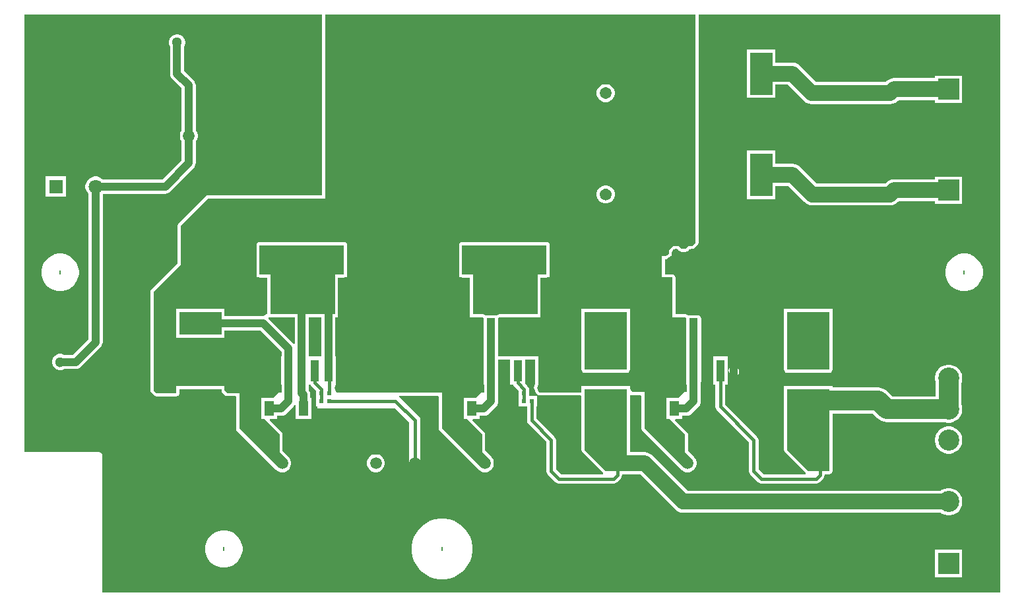
<source format=gbr>
%TF.GenerationSoftware,Altium Limited,Altium Designer,23.5.1 (21)*%
G04 Layer_Physical_Order=1*
G04 Layer_Color=6711008*
%FSLAX45Y45*%
%MOMM*%
%TF.SameCoordinates,237DEE5C-C98C-4AD3-A281-37170FB057C8*%
%TF.FilePolarity,Positive*%
%TF.FileFunction,Copper,L1,Top,Signal*%
%TF.Part,Single*%
G01*
G75*
%TA.AperFunction,SMDPad,CuDef*%
%ADD10R,8.30000X6.99000*%
%ADD11R,1.07000X2.80000*%
%ADD12R,10.80000X1.91000*%
%ADD13R,1.20000X1.90000*%
%ADD14R,2.90000X5.40000*%
%ADD15R,0.60000X0.55000*%
%ADD16R,5.40000X2.90000*%
%TA.AperFunction,Conductor*%
%ADD17C,1.00000*%
%ADD18C,2.50000*%
%ADD19C,0.40000*%
%ADD20C,2.00000*%
%ADD21R,1.07000X8.09977*%
%ADD22R,5.40000X7.40000*%
%ADD23R,10.80000X3.75500*%
%TA.AperFunction,ComponentPad*%
%ADD24C,1.50000*%
%ADD25R,3.00000X3.00000*%
%ADD26C,3.00000*%
%ADD27R,2.70000X2.70000*%
%ADD28C,2.70000*%
%ADD29R,1.30000X1.30000*%
%ADD30C,1.30000*%
%ADD31R,1.30000X1.30000*%
%TA.AperFunction,WasherPad*%
%ADD32O,0.25000X0.52500*%
%TA.AperFunction,ComponentPad*%
%ADD33R,1.80000X1.80000*%
%ADD34C,1.80000*%
%ADD35R,10.00000X11.00000*%
%TA.AperFunction,ViaPad*%
%ADD36C,1.00000*%
G36*
X9650000Y5530382D02*
X9611848Y5490000D01*
X9588152D01*
X9565262Y5483867D01*
X9544739Y5472018D01*
X9527982Y5455261D01*
X9527799Y5454943D01*
X9472201D01*
X9472018Y5455261D01*
X9455261Y5472018D01*
X9434739Y5483867D01*
X9411849Y5490000D01*
X9388151D01*
X9365261Y5483867D01*
X9344739Y5472018D01*
X9327982Y5455261D01*
X9316134Y5434739D01*
X9310000Y5411849D01*
Y5388152D01*
X9266985Y5355500D01*
X9220000D01*
Y5084500D01*
X9355000D01*
Y4570500D01*
X9527080D01*
X9535716Y4559976D01*
Y3750000D01*
X9536500Y3746060D01*
Y3710000D01*
X9539223D01*
Y3613550D01*
X9513499Y3613499D01*
X9435000Y3535000D01*
X9280000D01*
Y3265000D01*
X9320000D01*
X9513500Y3071500D01*
Y2842566D01*
X9603033Y2753033D01*
X9496967Y2646967D01*
X9000000Y3143934D01*
Y3612482D01*
X8846174Y3612177D01*
X8818970Y3639327D01*
X8810000Y3661822D01*
Y3690000D01*
X8773940D01*
X8770000Y3690783D01*
X8230000D01*
X8226061Y3690000D01*
X8190000D01*
Y3653939D01*
X8189217Y3650000D01*
Y3610875D01*
X7916369Y3610335D01*
X7655390Y3609818D01*
X7639571Y3625606D01*
X7620351Y3666748D01*
X7633496Y3709985D01*
X7633500Y3710000D01*
X7633500Y3710000D01*
Y4070000D01*
X7124283D01*
Y4559976D01*
X7132920Y4570500D01*
X7665000D01*
Y5083716D01*
X7740000D01*
X7743941Y5084500D01*
X7780000D01*
Y5120559D01*
X7780784Y5124500D01*
Y5500000D01*
X7777679Y5515607D01*
X7768838Y5528838D01*
X7755607Y5537679D01*
X7740000Y5540783D01*
X6660000D01*
X6644392Y5537679D01*
X6631161Y5528838D01*
X6622321Y5515607D01*
X6619216Y5500000D01*
Y5124500D01*
X6620000Y5120559D01*
Y5084500D01*
X6656059D01*
X6660000Y5083716D01*
X6755000D01*
Y4570500D01*
X6927080D01*
X6935716Y4559976D01*
Y3750000D01*
X6936500Y3746060D01*
Y3710000D01*
X6939223D01*
Y3608399D01*
X6908338Y3608338D01*
X6835000Y3535000D01*
X6680000D01*
Y3265000D01*
X6720000D01*
X6913500Y3071500D01*
Y2842566D01*
X7003033Y2753033D01*
X6896967Y2646967D01*
X6400000Y3143934D01*
Y3607331D01*
X5055390Y3604667D01*
X5035923Y3624095D01*
X5020000Y3667499D01*
X5033500Y3710000D01*
X5033500D01*
X5033500Y3711907D01*
Y4070000D01*
X5030776D01*
Y4570500D01*
X5065000D01*
Y5083716D01*
X5140000D01*
X5143941Y5084500D01*
X5180000D01*
Y5120559D01*
X5180784Y5124500D01*
Y5500000D01*
X5177679Y5515607D01*
X5168839Y5528838D01*
X5155607Y5537679D01*
X5140000Y5540783D01*
X4060000D01*
X4044392Y5537679D01*
X4031161Y5528838D01*
X4022321Y5515607D01*
X4019216Y5500000D01*
Y5124500D01*
X4020000Y5120559D01*
Y5084500D01*
X4056059D01*
X4060000Y5083716D01*
X4155000D01*
Y4625824D01*
X4149505Y4616880D01*
X4105000Y4585776D01*
X3610000D01*
Y4680000D01*
X2990000D01*
Y4310000D01*
X3610000D01*
Y4404224D01*
X4067399D01*
X4339223Y4132399D01*
Y4070000D01*
X4336500D01*
Y3710000D01*
X4339223D01*
Y3603248D01*
X4303176Y3603176D01*
X4235000Y3535000D01*
X4080000D01*
Y3265000D01*
X4120000D01*
X4313500Y3071500D01*
Y2842566D01*
X4403033Y2753033D01*
X4296967Y2646967D01*
X3800000Y3143934D01*
Y3602179D01*
X3667875Y3601918D01*
X3645390Y3601873D01*
X3610000Y3637193D01*
Y3690000D01*
X2990000D01*
Y3600574D01*
X2735390Y3600070D01*
X2700000Y3635390D01*
Y4900000D01*
X3050000Y5250000D01*
Y5750000D01*
X3400000Y6100000D01*
X4900000D01*
Y8459218D01*
X9650000D01*
Y5530382D01*
D02*
G37*
G36*
X13559218Y1040782D02*
X2040782D01*
Y2799999D01*
X2037678Y2815606D01*
X2028837Y2828837D01*
X2015606Y2837678D01*
X1999999Y2840782D01*
X1040782D01*
Y8459218D01*
X4859217D01*
Y6140784D01*
X3400000D01*
X3384393Y6137679D01*
X3371162Y6128838D01*
X3371161Y6128838D01*
X3021161Y5778838D01*
X3012321Y5765607D01*
X3009216Y5750000D01*
X3009216Y5749998D01*
Y5266893D01*
X2671162Y4928838D01*
X2662321Y4915607D01*
X2659216Y4900000D01*
X2659216Y4899999D01*
Y3635390D01*
X2659220Y3635371D01*
X2659216Y3635350D01*
X2660817Y3627344D01*
X2662321Y3619783D01*
X2662332Y3619766D01*
X2662336Y3619746D01*
X2666727Y3613188D01*
X2671162Y3606552D01*
X2671179Y3606540D01*
X2671190Y3606524D01*
X2706581Y3571203D01*
X2706597Y3571192D01*
X2706609Y3571174D01*
X2713260Y3566750D01*
X2719820Y3562375D01*
X2719841Y3562371D01*
X2719858Y3562360D01*
X2727596Y3560837D01*
X2735431Y3559287D01*
X2735451Y3559291D01*
X2735471Y3559287D01*
X2990081Y3559791D01*
X2997865Y3561355D01*
X3005607Y3562895D01*
X3005642Y3562918D01*
X3005682Y3562926D01*
X3012279Y3567353D01*
X3018839Y3571736D01*
X3018861Y3571770D01*
X3018896Y3571793D01*
X3023280Y3578383D01*
X3027679Y3584967D01*
X3027687Y3585008D01*
X3027710Y3585042D01*
X3029238Y3592803D01*
X3030784Y3600574D01*
Y3649216D01*
X3569216D01*
Y3637193D01*
X3569220Y3637174D01*
X3569216Y3637153D01*
X3570817Y3629146D01*
X3572321Y3621586D01*
X3572332Y3621569D01*
X3572336Y3621549D01*
X3576727Y3614991D01*
X3581161Y3608355D01*
X3581179Y3608343D01*
X3581190Y3608327D01*
X3616581Y3573006D01*
X3616597Y3572995D01*
X3616609Y3572977D01*
X3623318Y3568514D01*
X3629820Y3564178D01*
X3629841Y3564174D01*
X3629858Y3564163D01*
X3637671Y3562625D01*
X3645431Y3561089D01*
X3645451Y3561093D01*
X3645471Y3561089D01*
X3667956Y3561134D01*
X3750227Y3561297D01*
X3759217Y3552326D01*
Y3143935D01*
X3759216Y3143934D01*
X3762321Y3128326D01*
X3771162Y3115095D01*
X3771162Y3115095D01*
X4268128Y2618128D01*
X4271470Y2615895D01*
X4279388Y2607977D01*
X4305612Y2592837D01*
X4334860Y2585000D01*
X4365140D01*
X4394388Y2592837D01*
X4420611Y2607977D01*
X4442023Y2629388D01*
X4457163Y2655612D01*
X4465000Y2684860D01*
Y2715140D01*
X4457163Y2744388D01*
X4442023Y2770611D01*
X4434104Y2778530D01*
X4431872Y2781871D01*
X4431871Y2781872D01*
X4354283Y2859460D01*
Y3071500D01*
X4351179Y3087108D01*
X4342338Y3100339D01*
X4342338Y3100339D01*
X4189410Y3253267D01*
X4194270Y3265000D01*
X4280000D01*
Y3309224D01*
X4336024D01*
X4359519Y3312317D01*
X4381413Y3321386D01*
X4400213Y3335811D01*
X4494187Y3429786D01*
X4494188Y3429787D01*
X4507300Y3446874D01*
X4513581Y3446316D01*
X4520000Y3443379D01*
Y3265000D01*
X4720000D01*
Y3535000D01*
X4710776D01*
Y3580000D01*
X4707683Y3603495D01*
X4698614Y3625388D01*
X4690776Y3635603D01*
Y3710000D01*
X4712803D01*
X4713481Y3706589D01*
X4726742Y3686743D01*
X4780000Y3633485D01*
Y3532500D01*
Y3432500D01*
X4800000D01*
Y3400000D01*
X5800000D01*
X5975000Y3225000D01*
Y2700000D01*
X5988824D01*
X5993481Y2676589D01*
X6006742Y2656742D01*
X6026589Y2643481D01*
X6050000Y2638825D01*
X6073411Y2643481D01*
X6093257Y2656742D01*
X6106519Y2676589D01*
X6111175Y2700000D01*
X6125000D01*
Y3275000D01*
X5846279Y3553721D01*
X5851127Y3565459D01*
X6350227Y3566448D01*
X6359216Y3557477D01*
Y3143935D01*
X6359216Y3143934D01*
X6362321Y3128326D01*
X6371162Y3115095D01*
X6371162Y3115095D01*
X6868128Y2618128D01*
X6871470Y2615895D01*
X6879388Y2607977D01*
X6905612Y2592837D01*
X6934860Y2585000D01*
X6965140D01*
X6994388Y2592837D01*
X7020611Y2607977D01*
X7042022Y2629388D01*
X7057163Y2655612D01*
X7065000Y2684860D01*
Y2715140D01*
X7057163Y2744388D01*
X7042022Y2770611D01*
X7034104Y2778530D01*
X7031871Y2781871D01*
X7031871Y2781872D01*
X6954283Y2859460D01*
Y3071500D01*
X6951179Y3087108D01*
X6942338Y3100339D01*
X6942337Y3100339D01*
X6789410Y3253267D01*
X6794270Y3265000D01*
X6880000D01*
Y3309224D01*
X6936024D01*
X6959519Y3312317D01*
X6981413Y3321386D01*
X7000213Y3335811D01*
X7094187Y3429786D01*
X7094188Y3429787D01*
X7108614Y3448587D01*
X7117683Y3470481D01*
X7120776Y3493975D01*
X7120776Y3493978D01*
Y3710000D01*
X7123500D01*
Y3746060D01*
X7124283Y3750000D01*
Y4029216D01*
X7276500D01*
Y3710000D01*
X7312802D01*
X7313481Y3706589D01*
X7326742Y3686743D01*
X7380000Y3633485D01*
Y3532500D01*
Y3432500D01*
X7488824D01*
Y3250000D01*
X7493481Y3226589D01*
X7506742Y3206743D01*
X7738824Y2974661D01*
Y2600000D01*
X7743481Y2576589D01*
X7756742Y2556743D01*
X7856742Y2456743D01*
X7876589Y2443481D01*
X7900000Y2438825D01*
X8600000D01*
X8623411Y2443481D01*
X8643257Y2456743D01*
X8693257Y2506743D01*
X8706519Y2526589D01*
X8711175Y2550000D01*
Y2558792D01*
X8941510D01*
X9394151Y2106150D01*
X9423396Y2083710D01*
X9457453Y2069603D01*
X9494000Y2064792D01*
X12796341D01*
X12817107Y2050917D01*
X12848953Y2037725D01*
X12882764Y2031000D01*
X12917236D01*
X12951047Y2037725D01*
X12982893Y2050917D01*
X13011555Y2070068D01*
X13035931Y2094444D01*
X13055083Y2123106D01*
X13068275Y2154954D01*
X13075000Y2188764D01*
Y2223236D01*
X13068275Y2257045D01*
X13055083Y2288893D01*
X13035931Y2317556D01*
X13011555Y2341931D01*
X12982893Y2361083D01*
X12951047Y2374274D01*
X12917236Y2381000D01*
X12882764D01*
X12848953Y2374274D01*
X12817107Y2361083D01*
X12796341Y2347208D01*
X9552491D01*
X9099849Y2799849D01*
X9070604Y2822290D01*
X9036547Y2836397D01*
X9000000Y2841208D01*
X8810783D01*
Y3572425D01*
X8823483Y3579229D01*
X8824045Y3578856D01*
X8830604Y3574483D01*
X8830624Y3574479D01*
X8830641Y3574467D01*
X8838404Y3572939D01*
X8846214Y3571394D01*
X8846234Y3571398D01*
X8846255Y3571394D01*
X8950227Y3571600D01*
X8959217Y3562628D01*
Y3143935D01*
X8959216Y3143934D01*
X8962321Y3128326D01*
X8971162Y3115095D01*
X8971162Y3115095D01*
X9468128Y2618128D01*
X9471470Y2615895D01*
X9479388Y2607977D01*
X9505612Y2592837D01*
X9534860Y2585000D01*
X9565140D01*
X9594388Y2592837D01*
X9620611Y2607977D01*
X9642023Y2629388D01*
X9657163Y2655612D01*
X9665000Y2684860D01*
Y2715140D01*
X9657163Y2744388D01*
X9642023Y2770611D01*
X9634104Y2778530D01*
X9631872Y2781871D01*
X9631871Y2781872D01*
X9554283Y2859460D01*
Y3071500D01*
X9551179Y3087108D01*
X9542338Y3100339D01*
X9542338Y3100339D01*
X9389410Y3253267D01*
X9394270Y3265000D01*
X9480000D01*
Y3309224D01*
X9536024D01*
X9559519Y3312317D01*
X9581412Y3321386D01*
X9600213Y3335811D01*
X9694187Y3429786D01*
X9694188Y3429787D01*
X9708615Y3448587D01*
X9717683Y3470481D01*
X9720776Y3493975D01*
X9720776Y3493978D01*
Y3710000D01*
X9723500D01*
Y3746060D01*
X9724283Y3750000D01*
Y4559977D01*
X9721179Y4575584D01*
X9712338Y4588815D01*
X9699107Y4597656D01*
X9683500Y4600760D01*
X9576500D01*
X9560893Y4597656D01*
X9555918Y4599339D01*
X9550937Y4602667D01*
X9546305Y4606468D01*
X9544369Y4607055D01*
X9542687Y4608179D01*
X9536811Y4609348D01*
X9531077Y4611087D01*
X9529064Y4610889D01*
X9527080Y4611284D01*
X9395784D01*
Y5084500D01*
X9392679Y5100107D01*
X9383838Y5113339D01*
X9370607Y5122179D01*
X9355000Y5125284D01*
X9260784D01*
Y5314716D01*
X9266985D01*
X9272114Y5315736D01*
X9277336Y5316051D01*
X9279850Y5317275D01*
X9282593Y5317821D01*
X9286942Y5320727D01*
X9291644Y5323015D01*
X9334659Y5355667D01*
X9336513Y5357760D01*
X9338839Y5359313D01*
X9341744Y5363662D01*
X9345213Y5367576D01*
X9346126Y5370220D01*
X9347679Y5372544D01*
X9348699Y5377673D01*
X9350407Y5382618D01*
X9350238Y5385410D01*
X9350784Y5388152D01*
Y5406479D01*
X9354138Y5418996D01*
X9360617Y5430219D01*
X9369781Y5439383D01*
X9381004Y5445863D01*
X9393521Y5449216D01*
X9406479D01*
X9418996Y5445863D01*
X9430219Y5439383D01*
X9443092Y5426510D01*
X9443363Y5426105D01*
X9445597Y5424612D01*
X9447368Y5422591D01*
X9452156Y5420230D01*
X9456594Y5417264D01*
X9459229Y5416740D01*
X9461639Y5415551D01*
X9466967Y5415201D01*
X9472201Y5414160D01*
X9527799D01*
X9533035Y5415201D01*
X9538361Y5415551D01*
X9540770Y5416740D01*
X9543406Y5417264D01*
X9547846Y5420231D01*
X9552632Y5422592D01*
X9554403Y5424612D01*
X9556637Y5426105D01*
X9556908Y5426510D01*
X9569781Y5439383D01*
X9581004Y5445863D01*
X9593521Y5449216D01*
X9611848D01*
X9612426Y5449331D01*
X9613006Y5449233D01*
X9620214Y5450880D01*
X9627456Y5452321D01*
X9627945Y5452648D01*
X9628519Y5452779D01*
X9634543Y5457057D01*
X9640687Y5461162D01*
X9641014Y5461651D01*
X9641494Y5461992D01*
X9679646Y5502375D01*
X9683572Y5508629D01*
X9687679Y5514775D01*
X9687794Y5515353D01*
X9688107Y5515852D01*
X9689343Y5523139D01*
X9690784Y5530382D01*
Y8459218D01*
X13559218D01*
Y1040782D01*
D02*
G37*
G36*
X7624216Y4611284D02*
X7132920D01*
X7130936Y4610889D01*
X7128922Y4611087D01*
X7123188Y4609348D01*
X7117312Y4608179D01*
X7115630Y4607055D01*
X7113694Y4606468D01*
X7109063Y4602667D01*
X7104081Y4599339D01*
X7102957Y4597656D01*
X7101393Y4596373D01*
X7101264Y4596215D01*
X7099107Y4597656D01*
X7083500Y4600760D01*
X6976500D01*
X6960892Y4597656D01*
X6958736Y4596215D01*
X6958606Y4596373D01*
X6957042Y4597656D01*
X6955918Y4599339D01*
X6950937Y4602667D01*
X6946305Y4606468D01*
X6944369Y4607055D01*
X6942687Y4608179D01*
X6936811Y4609348D01*
X6931077Y4611087D01*
X6929064Y4610889D01*
X6927080Y4611284D01*
X6795783D01*
Y5083716D01*
X7624216D01*
Y4611284D01*
D02*
G37*
G36*
X4509224Y4235457D02*
X4496524Y4231146D01*
X4494188Y4234189D01*
X4170577Y4557800D01*
X4171433Y4563336D01*
X4175309Y4570500D01*
X4509224D01*
Y4235457D01*
D02*
G37*
G36*
X4849223Y4070000D02*
X4690776D01*
Y4570500D01*
X4849223D01*
Y4070000D01*
D02*
G37*
G36*
X8770000Y2600000D02*
X8500000D01*
X8230000Y2870000D01*
Y3650000D01*
X8770000D01*
Y2600000D01*
D02*
G37*
G36*
X7592716Y3716061D02*
X7581331Y3678610D01*
X7580652Y3671754D01*
X7579608Y3664941D01*
X7579870Y3663871D01*
X7579762Y3662775D01*
X7581759Y3656175D01*
X7583401Y3649487D01*
X7602620Y3608345D01*
X7606815Y3602631D01*
X7610761Y3596739D01*
X7626580Y3580951D01*
X7626597Y3580940D01*
X7626609Y3580922D01*
X7633260Y3576497D01*
X7639820Y3572123D01*
X7639841Y3572119D01*
X7639857Y3572108D01*
X7647595Y3570585D01*
X7655430Y3569034D01*
X7655451Y3569038D01*
X7655471Y3569034D01*
X7916449Y3569551D01*
X8180227Y3570074D01*
X8189217Y3561102D01*
Y2870001D01*
X8189216Y2870000D01*
X8192321Y2854393D01*
X8201162Y2841161D01*
X8201162Y2841161D01*
X8468448Y2573875D01*
X8465215Y2563179D01*
X8463722Y2561175D01*
X7925339D01*
X7861175Y2625340D01*
Y2999999D01*
X7861175Y3000000D01*
X7856519Y3023411D01*
X7843258Y3043258D01*
X7611175Y3275340D01*
Y3432500D01*
X7620000D01*
Y3567500D01*
X7520000D01*
Y3667500D01*
X7507694D01*
X7506519Y3673411D01*
X7493257Y3693258D01*
X7463500Y3723015D01*
Y4029216D01*
X7592716D01*
Y3716061D01*
D02*
G37*
%LPC*%
G36*
X8515140Y7565000D02*
X8484860D01*
X8455612Y7557163D01*
X8429389Y7542023D01*
X8407977Y7520612D01*
X8392837Y7494388D01*
X8385000Y7465140D01*
Y7434860D01*
X8392837Y7405612D01*
X8407977Y7379389D01*
X8429389Y7357977D01*
X8455612Y7342837D01*
X8484860Y7335000D01*
X8515140D01*
X8544388Y7342837D01*
X8570612Y7357977D01*
X8592023Y7379389D01*
X8607163Y7405612D01*
X8615000Y7434860D01*
Y7465140D01*
X8607163Y7494388D01*
X8592023Y7520612D01*
X8570612Y7542023D01*
X8544388Y7557163D01*
X8515140Y7565000D01*
D02*
G37*
G36*
Y6265000D02*
X8484860D01*
X8455612Y6257163D01*
X8429389Y6242023D01*
X8407977Y6220611D01*
X8392837Y6194388D01*
X8385000Y6165140D01*
Y6134860D01*
X8392837Y6105612D01*
X8407977Y6079388D01*
X8429389Y6057977D01*
X8455612Y6042837D01*
X8484860Y6035000D01*
X8515140D01*
X8544388Y6042837D01*
X8570612Y6057977D01*
X8592023Y6079388D01*
X8607163Y6105612D01*
X8615000Y6134860D01*
Y6165140D01*
X8607163Y6194388D01*
X8592023Y6220611D01*
X8570612Y6242023D01*
X8544388Y6257163D01*
X8515140Y6265000D01*
D02*
G37*
G36*
X8770000Y4680783D02*
X8230000D01*
X8226060Y4680000D01*
X8190000D01*
Y4643941D01*
X8189216Y4640000D01*
Y3900000D01*
X8192321Y3884393D01*
X8201161Y3871162D01*
X8214393Y3862321D01*
X8230000Y3859217D01*
X8770000D01*
X8785607Y3862321D01*
X8798838Y3871162D01*
X8807679Y3884393D01*
X8810783Y3900000D01*
Y4640000D01*
X8810000Y4643938D01*
Y4680000D01*
X8773939D01*
X8770000Y4680783D01*
D02*
G37*
%LPD*%
G36*
X8528647Y7519159D02*
X8545570Y7509388D01*
X8559388Y7495569D01*
X8569159Y7478646D01*
X8574216Y7459771D01*
Y7440229D01*
X8569159Y7421353D01*
X8559388Y7404430D01*
X8545569Y7390612D01*
X8528646Y7380841D01*
X8509771Y7375784D01*
X8490229D01*
X8471353Y7380841D01*
X8454430Y7390612D01*
X8440612Y7404431D01*
X8430841Y7421354D01*
X8425784Y7440229D01*
Y7459771D01*
X8430841Y7478647D01*
X8440612Y7495570D01*
X8454431Y7509388D01*
X8471354Y7519159D01*
X8490229Y7524216D01*
X8509771D01*
X8528647Y7519159D01*
D02*
G37*
G36*
Y6219159D02*
X8545570Y6209388D01*
X8559388Y6195569D01*
X8569159Y6178646D01*
X8574216Y6159771D01*
Y6140229D01*
X8569159Y6121353D01*
X8559388Y6104430D01*
X8545569Y6090612D01*
X8528646Y6080841D01*
X8509771Y6075784D01*
X8490229D01*
X8471353Y6080841D01*
X8454430Y6090612D01*
X8440612Y6104431D01*
X8430841Y6121354D01*
X8425784Y6140229D01*
Y6159771D01*
X8430841Y6178647D01*
X8440612Y6195570D01*
X8454431Y6209388D01*
X8471354Y6219159D01*
X8490229Y6224216D01*
X8509771D01*
X8528647Y6219159D01*
D02*
G37*
%LPC*%
G36*
X10680000Y8010000D02*
X10310000D01*
Y7390000D01*
X10680000D01*
Y7558792D01*
X10836510D01*
X11045151Y7350152D01*
X11045151Y7350151D01*
X11074396Y7327710D01*
X11108453Y7313604D01*
X11145001Y7308792D01*
X11145003Y7308792D01*
X11495000D01*
X11497498Y7309121D01*
X11500000Y7308792D01*
X12150000D01*
X12186547Y7313603D01*
X12220604Y7327710D01*
X12249849Y7350150D01*
X12260490Y7360791D01*
X12725000D01*
Y7325000D01*
X13075000D01*
Y7675000D01*
X12725000D01*
Y7643207D01*
X12202000D01*
X12165452Y7638396D01*
X12131396Y7624289D01*
X12102151Y7601849D01*
X12102150Y7601848D01*
X12091510Y7591208D01*
X11500000D01*
X11497502Y7590879D01*
X11495000Y7591208D01*
X11203491D01*
X10994850Y7799849D01*
X10965605Y7822290D01*
X10931548Y7836397D01*
X10895001Y7841208D01*
X10680000D01*
Y8010000D01*
D02*
G37*
G36*
X3013824Y8205000D02*
X2986177D01*
X2959472Y8197844D01*
X2935529Y8184021D01*
X2915979Y8164471D01*
X2902156Y8140529D01*
X2895000Y8113823D01*
Y8086177D01*
X2902156Y8059472D01*
X2909224Y8047230D01*
Y7700000D01*
X2912317Y7676505D01*
X2921386Y7654612D01*
X2935812Y7635811D01*
X3059224Y7512399D01*
Y6971858D01*
X3057977Y6970611D01*
X3042837Y6944388D01*
X3035000Y6915140D01*
Y6884860D01*
X3042837Y6855612D01*
X3057977Y6829388D01*
X3059224Y6828142D01*
Y6587601D01*
X2812399Y6340776D01*
X2047071D01*
X2033821Y6354026D01*
X2004178Y6371141D01*
X1971115Y6380000D01*
X1936885D01*
X1903822Y6371141D01*
X1874178Y6354026D01*
X1849974Y6329822D01*
X1832859Y6300178D01*
X1824000Y6267115D01*
Y6232885D01*
X1832859Y6199822D01*
X1849974Y6170179D01*
X1863224Y6156929D01*
Y4291601D01*
X1662399Y4090776D01*
X1552770D01*
X1540529Y4097844D01*
X1513823Y4105000D01*
X1486177D01*
X1459472Y4097844D01*
X1435529Y4084021D01*
X1415979Y4064471D01*
X1402156Y4040528D01*
X1395000Y4013823D01*
Y3986176D01*
X1402156Y3959471D01*
X1415979Y3935529D01*
X1435529Y3915979D01*
X1459472Y3902156D01*
X1486177Y3895000D01*
X1513823D01*
X1540529Y3902156D01*
X1552770Y3909224D01*
X1700000D01*
X1723495Y3912317D01*
X1745388Y3921385D01*
X1764188Y3935811D01*
X2018187Y4189811D01*
X2018188Y4189811D01*
X2032615Y4208612D01*
X2041683Y4230505D01*
X2044776Y4254000D01*
X2044776Y4254002D01*
Y6156929D01*
X2047071Y6159224D01*
X2850000D01*
X2873495Y6162317D01*
X2895388Y6171386D01*
X2914189Y6185812D01*
X3214188Y6485811D01*
X3214189Y6485812D01*
X3228615Y6504612D01*
X3237683Y6526505D01*
X3240776Y6550000D01*
Y6828142D01*
X3242023Y6829388D01*
X3257163Y6855612D01*
X3265000Y6884860D01*
Y6915140D01*
X3257163Y6944388D01*
X3242023Y6970611D01*
X3240776Y6971858D01*
Y7550000D01*
X3237683Y7573495D01*
X3228615Y7595388D01*
X3214189Y7614188D01*
X3090776Y7737601D01*
Y8047230D01*
X3097844Y8059472D01*
X3105000Y8086177D01*
Y8113823D01*
X3097844Y8140529D01*
X3084021Y8164471D01*
X3064471Y8184021D01*
X3040529Y8197844D01*
X3013824Y8205000D01*
D02*
G37*
G36*
X1576000Y6380000D02*
X1316000D01*
Y6120000D01*
X1576000D01*
Y6380000D01*
D02*
G37*
G36*
X10680000Y6710000D02*
X10310000D01*
Y6090000D01*
X10680000D01*
Y6258792D01*
X10841510D01*
X11050151Y6050152D01*
X11050151Y6050151D01*
X11079397Y6027710D01*
X11113453Y6013603D01*
X11150001Y6008792D01*
X11150003Y6008792D01*
X12150000D01*
X12186547Y6013603D01*
X12220604Y6027710D01*
X12249849Y6050151D01*
X12260490Y6060792D01*
X12725000D01*
Y6027000D01*
X13075000D01*
Y6377000D01*
X12725000D01*
Y6343208D01*
X12202000D01*
X12165452Y6338396D01*
X12131396Y6324290D01*
X12102151Y6301849D01*
X12102150Y6301848D01*
X12091510Y6291208D01*
X11208491D01*
X10999850Y6499849D01*
X10970605Y6522290D01*
X10936548Y6536396D01*
X10900001Y6541208D01*
X10680000D01*
Y6710000D01*
D02*
G37*
G36*
X13123637Y5390000D02*
X13076363D01*
X13029996Y5380777D01*
X12986317Y5362685D01*
X12947009Y5336420D01*
X12913580Y5302991D01*
X12887315Y5263682D01*
X12869223Y5220005D01*
X12860001Y5173638D01*
Y5126362D01*
X12869223Y5079994D01*
X12887315Y5036317D01*
X12913580Y4997009D01*
X12947009Y4963580D01*
X12986317Y4937315D01*
X13029996Y4919223D01*
X13076363Y4910000D01*
X13123637D01*
X13170004Y4919223D01*
X13213683Y4937315D01*
X13252991Y4963580D01*
X13286420Y4997009D01*
X13312685Y5036317D01*
X13330777Y5079994D01*
X13339999Y5126362D01*
Y5173638D01*
X13330777Y5220005D01*
X13312685Y5263682D01*
X13286420Y5302991D01*
X13252991Y5336420D01*
X13213683Y5362685D01*
X13170004Y5380777D01*
X13123637Y5390000D01*
D02*
G37*
G36*
X1523638D02*
X1476362D01*
X1429995Y5380777D01*
X1386318Y5362685D01*
X1347009Y5336420D01*
X1313580Y5302991D01*
X1287315Y5263682D01*
X1269223Y5220005D01*
X1260000Y5173638D01*
Y5126362D01*
X1269223Y5079994D01*
X1287315Y5036317D01*
X1313580Y4997009D01*
X1347009Y4963580D01*
X1386318Y4937315D01*
X1429995Y4919223D01*
X1476362Y4910000D01*
X1523638D01*
X1570005Y4919223D01*
X1613683Y4937315D01*
X1652991Y4963580D01*
X1686420Y4997009D01*
X1712685Y5036317D01*
X1730777Y5079994D01*
X1740000Y5126362D01*
Y5173638D01*
X1730777Y5220005D01*
X1712685Y5263682D01*
X1686420Y5302991D01*
X1652991Y5336420D01*
X1613683Y5362685D01*
X1570005Y5380777D01*
X1523638Y5390000D01*
D02*
G37*
G36*
X11370000Y4680783D02*
X10830000D01*
X10826060Y4680000D01*
X10790000D01*
Y4643939D01*
X10789216Y4640000D01*
Y3900000D01*
X10792321Y3884393D01*
X10801162Y3871162D01*
X10814393Y3862321D01*
X10830000Y3859217D01*
X11370000D01*
X11385607Y3862321D01*
X11398838Y3871162D01*
X11407679Y3884393D01*
X11410783Y3900000D01*
Y4640000D01*
X11410000Y4643939D01*
Y4680000D01*
X11373939D01*
X11370000Y4680783D01*
D02*
G37*
G36*
X10140000Y3951175D02*
X10116589Y3946519D01*
X10096742Y3933257D01*
X10083481Y3913411D01*
X10078824Y3890000D01*
X10083481Y3866589D01*
X10096742Y3846742D01*
X10106742Y3836742D01*
X10126589Y3823481D01*
X10150000Y3818824D01*
X10173411Y3823481D01*
X10193257Y3836742D01*
X10206519Y3856589D01*
X10211175Y3880000D01*
X10206519Y3903411D01*
X10193257Y3923257D01*
X10183257Y3933257D01*
X10163411Y3946519D01*
X10140000Y3951175D01*
D02*
G37*
G36*
X10063500Y4070000D02*
X9876500D01*
Y3710000D01*
X9908824D01*
Y3430000D01*
X9913481Y3406589D01*
X9926742Y3386743D01*
X10338824Y2974660D01*
Y2600000D01*
X10343481Y2576589D01*
X10356742Y2556743D01*
X10456742Y2456743D01*
X10476589Y2443481D01*
X10500000Y2438825D01*
X11200000D01*
X11223411Y2443481D01*
X11243257Y2456743D01*
X11293257Y2506743D01*
X11306519Y2526589D01*
X11311175Y2550000D01*
Y2559216D01*
X11370000D01*
X11385607Y2562321D01*
X11398838Y2571161D01*
X11407679Y2584393D01*
X11410783Y2600000D01*
Y3339202D01*
X11926324D01*
X11988763Y3276763D01*
X12013887Y3256144D01*
X12042551Y3240823D01*
X12073654Y3231388D01*
X12106000Y3228202D01*
X12842976D01*
X12848953Y3225726D01*
X12882764Y3219000D01*
X12917236D01*
X12951047Y3225726D01*
X12982893Y3238917D01*
X13011555Y3258069D01*
X13035931Y3282444D01*
X13055083Y3311107D01*
X13068275Y3342955D01*
X13075000Y3376764D01*
Y3411236D01*
X13068275Y3445046D01*
X13065797Y3451025D01*
Y3732976D01*
X13068275Y3738955D01*
X13075000Y3772765D01*
Y3807236D01*
X13068275Y3841046D01*
X13055083Y3872894D01*
X13035931Y3901557D01*
X13011555Y3925932D01*
X12982893Y3945084D01*
X12951047Y3958275D01*
X12917236Y3965000D01*
X12882764D01*
X12848953Y3958275D01*
X12817107Y3945084D01*
X12788444Y3925932D01*
X12764069Y3901557D01*
X12744917Y3872894D01*
X12731725Y3841046D01*
X12725000Y3807236D01*
Y3772765D01*
X12731725Y3738955D01*
X12734202Y3732976D01*
Y3559799D01*
X12174675D01*
X12112237Y3622237D01*
X12087113Y3642856D01*
X12058448Y3658177D01*
X12027346Y3667612D01*
X11995000Y3670798D01*
X11410000D01*
Y3690000D01*
X11373939D01*
X11370000Y3690783D01*
X10830000D01*
X10826060Y3690000D01*
X10790000D01*
Y3653939D01*
X10789216Y3650000D01*
Y2870001D01*
X10789216Y2870000D01*
X10792321Y2854393D01*
X10801162Y2841161D01*
X10801162Y2841161D01*
X11068448Y2573875D01*
X11065215Y2563179D01*
X11063722Y2561175D01*
X10525339D01*
X10461175Y2625340D01*
Y3000000D01*
X10456519Y3023411D01*
X10443257Y3043258D01*
X10031175Y3455340D01*
Y3710000D01*
X10063500D01*
Y4070000D01*
D02*
G37*
G36*
X12917236Y3173000D02*
X12882764D01*
X12848953Y3166275D01*
X12817107Y3153083D01*
X12788444Y3133932D01*
X12764069Y3109556D01*
X12744917Y3080894D01*
X12731725Y3049046D01*
X12725000Y3015236D01*
Y2980764D01*
X12731725Y2946954D01*
X12744917Y2915106D01*
X12764069Y2886444D01*
X12788444Y2862069D01*
X12817107Y2842917D01*
X12848953Y2829725D01*
X12882764Y2823000D01*
X12917236D01*
X12951047Y2829725D01*
X12982893Y2842917D01*
X13011555Y2862069D01*
X13035931Y2886444D01*
X13055083Y2915106D01*
X13068275Y2946954D01*
X13075000Y2980764D01*
Y3015236D01*
X13068275Y3049046D01*
X13055083Y3080894D01*
X13035931Y3109556D01*
X13011555Y3133932D01*
X12982893Y3153083D01*
X12951047Y3166275D01*
X12917236Y3173000D01*
D02*
G37*
G36*
X5565140Y2815000D02*
X5534860D01*
X5505612Y2807163D01*
X5479388Y2792023D01*
X5457977Y2770611D01*
X5442837Y2744388D01*
X5435000Y2715140D01*
Y2684860D01*
X5442837Y2655612D01*
X5457977Y2629388D01*
X5479388Y2607977D01*
X5505612Y2592837D01*
X5534860Y2585000D01*
X5565140D01*
X5594388Y2592837D01*
X5620611Y2607977D01*
X5642022Y2629388D01*
X5657163Y2655612D01*
X5665000Y2684860D01*
Y2715140D01*
X5657163Y2744388D01*
X5642022Y2770611D01*
X5620611Y2792023D01*
X5594388Y2807163D01*
X5565140Y2815000D01*
D02*
G37*
G36*
X3623638Y1840000D02*
X3576362D01*
X3529994Y1830777D01*
X3486317Y1812685D01*
X3447009Y1786420D01*
X3413580Y1752991D01*
X3387315Y1713683D01*
X3369223Y1670006D01*
X3360000Y1623638D01*
Y1576362D01*
X3369223Y1529995D01*
X3387315Y1486318D01*
X3413580Y1447009D01*
X3447009Y1413580D01*
X3486317Y1387315D01*
X3529994Y1369223D01*
X3576362Y1360000D01*
X3623638D01*
X3670005Y1369223D01*
X3713682Y1387315D01*
X3752991Y1413580D01*
X3786420Y1447009D01*
X3812685Y1486318D01*
X3830777Y1529995D01*
X3840000Y1576362D01*
Y1623638D01*
X3830777Y1670006D01*
X3812685Y1713683D01*
X3786420Y1752991D01*
X3752991Y1786420D01*
X3713682Y1812685D01*
X3670005Y1830777D01*
X3623638Y1840000D01*
D02*
G37*
G36*
X13075000Y1588999D02*
X12725000D01*
Y1238999D01*
X13075000D01*
Y1588999D01*
D02*
G37*
G36*
X6430694Y1990000D02*
X6369306D01*
X6308675Y1980397D01*
X6250292Y1961427D01*
X6195595Y1933558D01*
X6145932Y1897476D01*
X6102524Y1854068D01*
X6066442Y1804405D01*
X6038573Y1749708D01*
X6019603Y1691325D01*
X6010000Y1630694D01*
Y1569306D01*
X6019603Y1508675D01*
X6038573Y1450292D01*
X6066442Y1395596D01*
X6102524Y1345932D01*
X6145932Y1302525D01*
X6195595Y1266442D01*
X6250292Y1238573D01*
X6308675Y1219603D01*
X6369306Y1210000D01*
X6430694D01*
X6491325Y1219603D01*
X6549708Y1238573D01*
X6604404Y1266442D01*
X6654068Y1302525D01*
X6697475Y1345932D01*
X6733558Y1395596D01*
X6761427Y1450292D01*
X6780397Y1508675D01*
X6790000Y1569306D01*
Y1630694D01*
X6780397Y1691325D01*
X6761427Y1749708D01*
X6733558Y1804405D01*
X6697475Y1854068D01*
X6654068Y1897476D01*
X6604404Y1933558D01*
X6549708Y1961427D01*
X6491325Y1980397D01*
X6430694Y1990000D01*
D02*
G37*
%LPD*%
G36*
X11370000Y2600000D02*
X11100000D01*
X10830000Y2870000D01*
Y3650000D01*
X11370000D01*
Y2600000D01*
D02*
G37*
D10*
X9810000Y4960000D02*
D03*
X7210000D02*
D03*
X4610000D02*
D03*
D11*
X9460000Y3890000D02*
D03*
X9630000D02*
D03*
X9800000D02*
D03*
X9970000D02*
D03*
X10140000D02*
D03*
X7540000D02*
D03*
X7370000D02*
D03*
X7200000D02*
D03*
X7030000D02*
D03*
X6860000D02*
D03*
X4940000D02*
D03*
X4770000D02*
D03*
X4600000D02*
D03*
X4430000D02*
D03*
X4260000D02*
D03*
D12*
X9800000Y5220000D02*
D03*
X7200000D02*
D03*
X4600000D02*
D03*
D13*
X9820000Y3400000D02*
D03*
X9380000D02*
D03*
X6780000D02*
D03*
X7220000D02*
D03*
X4180000D02*
D03*
X4620000D02*
D03*
D14*
X9505000Y7700000D02*
D03*
X10495000D02*
D03*
X9505000Y6400000D02*
D03*
X10495000D02*
D03*
D15*
X4850000Y3500000D02*
D03*
X4950000D02*
D03*
Y3600000D02*
D03*
X4850000D02*
D03*
X7450000Y3500000D02*
D03*
X7550000D02*
D03*
Y3600000D02*
D03*
X7450000D02*
D03*
D16*
X8500000Y4495000D02*
D03*
Y3505000D02*
D03*
X11100000Y4495000D02*
D03*
Y3505000D02*
D03*
X3300000Y4495000D02*
D03*
Y3505000D02*
D03*
D17*
X1500000Y4000000D02*
X1700000D01*
X1954000Y4254000D01*
Y6250000D01*
X9536024Y3400000D02*
X9630000Y3493975D01*
Y3890000D01*
X9380000Y3400000D02*
X9536024D01*
X6936024D02*
X7030000Y3493975D01*
Y3890000D01*
X6780000Y3400000D02*
X6936024D01*
X7030000Y3890000D02*
Y4170000D01*
X3150000Y6550000D02*
Y6900000D01*
X2850000Y6250000D02*
X3150000Y6550000D01*
X1954000Y6250000D02*
X2850000D01*
X3000000Y7700000D02*
Y8100000D01*
Y7700000D02*
X3150000Y7550000D01*
Y6900000D02*
Y7550000D01*
X4600000Y4950000D02*
X4610000Y4960000D01*
X4600000Y3890000D02*
Y4950000D01*
X4610000Y4960000D02*
X4940000Y4630000D01*
Y3890000D02*
Y4630000D01*
X3300000Y4495000D02*
X4105000D01*
X4430000Y4170000D01*
Y3890000D02*
Y4170000D01*
X4620000Y3400000D02*
Y3580000D01*
X4600000Y3600000D02*
X4620000Y3580000D01*
X4600000Y3600000D02*
Y3890000D01*
X4180000Y3400000D02*
X4336024D01*
X4430000Y3493975D02*
Y3890000D01*
X4336024Y3400000D02*
X4430000Y3493975D01*
D18*
X11995000Y3505000D02*
X12106000Y3394000D01*
X11100000Y3505000D02*
X11995000D01*
X12106000Y3394000D02*
X12900000D01*
Y3790001D01*
D19*
X6050000Y2700000D02*
Y3250000D01*
X5800000Y3500000D02*
X6050000Y3250000D01*
X4950000Y3500000D02*
X5800000D01*
X4940000Y3890000D02*
X4950000Y3880000D01*
Y3600000D02*
Y3880000D01*
X8650000Y2550000D02*
Y2700000D01*
X8600000Y2500000D02*
X8650000Y2550000D01*
X7900000Y2500000D02*
X8600000D01*
X7800000Y2600000D02*
X7900000Y2500000D01*
X7800000Y2600000D02*
Y3000000D01*
X10400000Y2600000D02*
Y3000000D01*
Y2600000D02*
X10500000Y2500000D01*
X11200000D01*
X11250000Y2550000D01*
Y2700000D01*
X9970000Y3430000D02*
X10400000Y3000000D01*
X9970000Y3430000D02*
Y3890000D01*
X7550000Y3250000D02*
Y3500000D01*
Y3250000D02*
X7800000Y3000000D01*
X10140000Y3890000D02*
X10150000Y3880000D01*
X7370000Y3730000D02*
X7450000Y3650000D01*
X7370000Y3730000D02*
Y3890000D01*
X7450000Y3500000D02*
Y3600000D01*
Y3650000D01*
X4850000Y3600000D02*
Y3650000D01*
Y3500000D02*
Y3600000D01*
X4770000Y3730000D02*
Y3890000D01*
Y3730000D02*
X4850000Y3650000D01*
D20*
X9494000Y2206000D02*
X12900000D01*
X9000000Y2700000D02*
X9494000Y2206000D01*
X8650000Y2700000D02*
X9000000D01*
X11500000Y7450000D02*
X12150000D01*
X12202000Y7501999D01*
X12900000D01*
X12202000Y6202000D02*
X12900000D01*
X12150000Y6150000D02*
X12202000Y6202000D01*
X11500000Y6150000D02*
X12150000D01*
X10895001Y7700000D02*
X11145001Y7450000D01*
X11495000D01*
X10490000Y7700000D02*
X10895001D01*
X10495000Y6400000D02*
X10900001D01*
X11150001Y6150000D02*
X11500000D01*
X10900001Y6400000D02*
X11150001Y6150000D01*
D21*
X7030000Y4154988D02*
D03*
X9630000D02*
D03*
D22*
X8500000Y4270000D02*
D03*
X11100000D02*
D03*
D23*
X7200000Y5312250D02*
D03*
X4600000D02*
D03*
D24*
X8150000Y2700000D02*
D03*
X8650000D02*
D03*
X8500000Y7950000D02*
D03*
Y7450000D02*
D03*
Y6650000D02*
D03*
Y6150000D02*
D03*
X11500000D02*
D03*
Y6650000D02*
D03*
Y7450000D02*
D03*
Y7950000D02*
D03*
X3150000Y6900000D02*
D03*
X2650000D02*
D03*
X6950000Y2700000D02*
D03*
X7450000D02*
D03*
X11250000D02*
D03*
X10750000D02*
D03*
X9550000D02*
D03*
X10050000D02*
D03*
X6050000D02*
D03*
X5550000D02*
D03*
X4350000D02*
D03*
X4850000D02*
D03*
X3150000Y5500000D02*
D03*
X2650000D02*
D03*
D25*
X5890000Y7800000D02*
D03*
D26*
X5494000D02*
D03*
X5098000D02*
D03*
X4702000D02*
D03*
X4306000D02*
D03*
X3910000D02*
D03*
D27*
X12900000Y1413999D02*
D03*
Y7500000D02*
D03*
Y6202000D02*
D03*
D28*
Y1809999D02*
D03*
Y2206000D02*
D03*
Y2602000D02*
D03*
Y2998000D02*
D03*
Y3394000D02*
D03*
Y3790001D02*
D03*
Y4186001D02*
D03*
Y7896000D02*
D03*
Y6598000D02*
D03*
D29*
X1500000Y4200000D02*
D03*
D30*
Y4000000D02*
D03*
X3000000Y8100000D02*
D03*
D31*
X2800000D02*
D03*
D32*
X6400000Y1600000D02*
D03*
X13100000Y5150000D02*
D03*
X1500000D02*
D03*
X3600000Y1600000D02*
D03*
D33*
X1446000Y6250000D02*
D03*
D34*
X1700000D02*
D03*
X1954000D02*
D03*
D35*
X1700000Y7700000D02*
D03*
D36*
X7030000Y4100000D02*
D03*
Y4300000D02*
D03*
Y4500000D02*
D03*
X8500000Y4200000D02*
D03*
X8700000D02*
D03*
X8300000D02*
D03*
Y4000000D02*
D03*
X8500000D02*
D03*
X8700000D02*
D03*
X11300000D02*
D03*
X11100000D02*
D03*
X10900000D02*
D03*
Y4200000D02*
D03*
X11300000D02*
D03*
X11100000D02*
D03*
X9630000Y4500000D02*
D03*
Y4300000D02*
D03*
Y4100000D02*
D03*
X9800000Y5400000D02*
D03*
X10000000D02*
D03*
X10200000D02*
D03*
X9600000D02*
D03*
X9400000D02*
D03*
X7200000D02*
D03*
X7400000D02*
D03*
X7600000D02*
D03*
X7000000D02*
D03*
X6800000D02*
D03*
X4200000D02*
D03*
X4400000D02*
D03*
X5000000D02*
D03*
X4800000D02*
D03*
X4600000D02*
D03*
X3500000Y3000000D02*
D03*
X3300000D02*
D03*
X3100000D02*
D03*
Y3200000D02*
D03*
X3500000D02*
D03*
X3300000D02*
D03*
%TF.MD5,84676bf3e3a24adbdee2c718c24530c5*%
M02*

</source>
